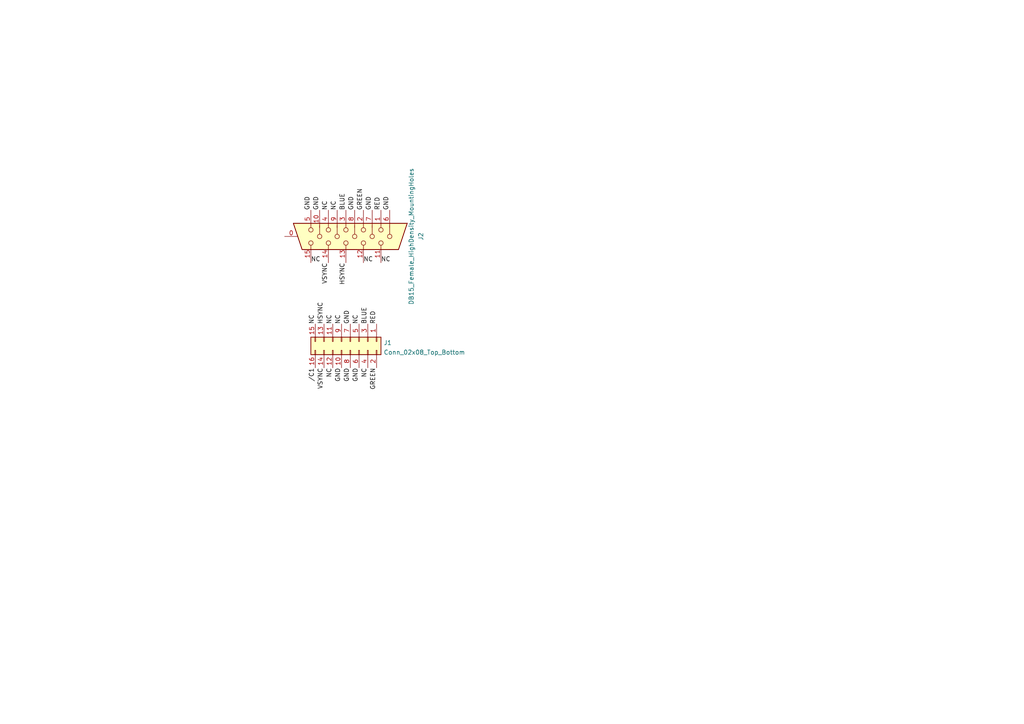
<source format=kicad_sch>
(kicad_sch (version 20210621) (generator eeschema)

  (uuid 5caad3b6-dbc4-4cf7-96a5-3582425ae097)

  (paper "A4")

  (lib_symbols
    (symbol "Connector:DB15_Female_HighDensity_MountingHoles" (pin_names (offset 1.016) hide) (in_bom yes) (on_board yes)
      (property "Reference" "J" (id 0) (at 0 21.59 0)
        (effects (font (size 1.27 1.27)))
      )
      (property "Value" "DB15_Female_HighDensity_MountingHoles" (id 1) (at 0 19.05 0)
        (effects (font (size 1.27 1.27)))
      )
      (property "Footprint" "" (id 2) (at -24.13 10.16 0)
        (effects (font (size 1.27 1.27)) hide)
      )
      (property "Datasheet" " ~" (id 3) (at -24.13 10.16 0)
        (effects (font (size 1.27 1.27)) hide)
      )
      (property "ki_keywords" "connector db15 female D-SUB VGA" (id 4) (at 0 0 0)
        (effects (font (size 1.27 1.27)) hide)
      )
      (property "ki_description" "15-pin female D-SUB connector, High density (3 columns), Triple Row, Generic, VGA-connector, Mounting Hole" (id 5) (at 0 0 0)
        (effects (font (size 1.27 1.27)) hide)
      )
      (property "ki_fp_filters" "DSUB*Female*" (id 6) (at 0 0 0)
        (effects (font (size 1.27 1.27)) hide)
      )
      (symbol "DB15_Female_HighDensity_MountingHoles_0_1"
        (circle (center -1.905 -10.16) (radius 0.635) (stroke (width 0)) (fill (type none)))
        (circle (center -1.905 -5.08) (radius 0.635) (stroke (width 0)) (fill (type none)))
        (circle (center -1.905 0) (radius 0.635) (stroke (width 0)) (fill (type none)))
        (circle (center -1.905 5.08) (radius 0.635) (stroke (width 0)) (fill (type none)))
        (circle (center -1.905 10.16) (radius 0.635) (stroke (width 0)) (fill (type none)))
        (circle (center 0 -7.62) (radius 0.635) (stroke (width 0)) (fill (type none)))
        (circle (center 0 -2.54) (radius 0.635) (stroke (width 0)) (fill (type none)))
        (circle (center 0 2.54) (radius 0.635) (stroke (width 0)) (fill (type none)))
        (circle (center 0 7.62) (radius 0.635) (stroke (width 0)) (fill (type none)))
        (circle (center 0 12.7) (radius 0.635) (stroke (width 0)) (fill (type none)))
        (circle (center 1.905 -10.16) (radius 0.635) (stroke (width 0)) (fill (type none)))
        (circle (center 1.905 -5.08) (radius 0.635) (stroke (width 0)) (fill (type none)))
        (circle (center 1.905 0) (radius 0.635) (stroke (width 0)) (fill (type none)))
        (circle (center 1.905 5.08) (radius 0.635) (stroke (width 0)) (fill (type none)))
        (circle (center 1.905 10.16) (radius 0.635) (stroke (width 0)) (fill (type none)))
        (polyline
          (pts
            (xy -3.175 7.62)
            (xy -0.635 7.62)
          )
          (stroke (width 0)) (fill (type none))
        )
        (polyline
          (pts
            (xy -0.635 -7.62)
            (xy -3.175 -7.62)
          )
          (stroke (width 0)) (fill (type none))
        )
        (polyline
          (pts
            (xy -0.635 -2.54)
            (xy -3.175 -2.54)
          )
          (stroke (width 0)) (fill (type none))
        )
        (polyline
          (pts
            (xy -0.635 2.54)
            (xy -3.175 2.54)
          )
          (stroke (width 0)) (fill (type none))
        )
        (polyline
          (pts
            (xy -0.635 12.7)
            (xy -3.175 12.7)
          )
          (stroke (width 0)) (fill (type none))
        )
        (polyline
          (pts
            (xy -3.81 17.78)
            (xy -3.81 -15.24)
            (xy 3.81 -12.7)
            (xy 3.81 15.24)
            (xy -3.81 17.78)
          )
          (stroke (width 0.254)) (fill (type background))
        )
      )
      (symbol "DB15_Female_HighDensity_MountingHoles_1_1"
        (pin passive line (at 0 -17.78 90) (length 3.81)
          (name "~" (effects (font (size 1.27 1.27))))
          (number "0" (effects (font (size 1.27 1.27))))
        )
        (pin passive line (at -7.62 10.16 0) (length 5.08)
          (name "~" (effects (font (size 1.27 1.27))))
          (number "1" (effects (font (size 1.27 1.27))))
        )
        (pin passive line (at -7.62 -7.62 0) (length 5.08)
          (name "~" (effects (font (size 1.27 1.27))))
          (number "10" (effects (font (size 1.27 1.27))))
        )
        (pin passive line (at 7.62 10.16 180) (length 5.08)
          (name "~" (effects (font (size 1.27 1.27))))
          (number "11" (effects (font (size 1.27 1.27))))
        )
        (pin passive line (at 7.62 5.08 180) (length 5.08)
          (name "~" (effects (font (size 1.27 1.27))))
          (number "12" (effects (font (size 1.27 1.27))))
        )
        (pin passive line (at 7.62 0 180) (length 5.08)
          (name "~" (effects (font (size 1.27 1.27))))
          (number "13" (effects (font (size 1.27 1.27))))
        )
        (pin passive line (at 7.62 -5.08 180) (length 5.08)
          (name "~" (effects (font (size 1.27 1.27))))
          (number "14" (effects (font (size 1.27 1.27))))
        )
        (pin passive line (at 7.62 -10.16 180) (length 5.08)
          (name "~" (effects (font (size 1.27 1.27))))
          (number "15" (effects (font (size 1.27 1.27))))
        )
        (pin passive line (at -7.62 5.08 0) (length 5.08)
          (name "~" (effects (font (size 1.27 1.27))))
          (number "2" (effects (font (size 1.27 1.27))))
        )
        (pin passive line (at -7.62 0 0) (length 5.08)
          (name "~" (effects (font (size 1.27 1.27))))
          (number "3" (effects (font (size 1.27 1.27))))
        )
        (pin passive line (at -7.62 -5.08 0) (length 5.08)
          (name "~" (effects (font (size 1.27 1.27))))
          (number "4" (effects (font (size 1.27 1.27))))
        )
        (pin passive line (at -7.62 -10.16 0) (length 5.08)
          (name "~" (effects (font (size 1.27 1.27))))
          (number "5" (effects (font (size 1.27 1.27))))
        )
        (pin passive line (at -7.62 12.7 0) (length 5.08)
          (name "~" (effects (font (size 1.27 1.27))))
          (number "6" (effects (font (size 1.27 1.27))))
        )
        (pin passive line (at -7.62 7.62 0) (length 5.08)
          (name "~" (effects (font (size 1.27 1.27))))
          (number "7" (effects (font (size 1.27 1.27))))
        )
        (pin passive line (at -7.62 2.54 0) (length 5.08)
          (name "~" (effects (font (size 1.27 1.27))))
          (number "8" (effects (font (size 1.27 1.27))))
        )
        (pin passive line (at -7.62 -2.54 0) (length 5.08)
          (name "~" (effects (font (size 1.27 1.27))))
          (number "9" (effects (font (size 1.27 1.27))))
        )
      )
    )
    (symbol "Connector_Generic:Conn_02x08_Odd_Even" (pin_names (offset 1.016) hide) (in_bom yes) (on_board yes)
      (property "Reference" "J" (id 0) (at 1.27 10.16 0)
        (effects (font (size 1.27 1.27)))
      )
      (property "Value" "Conn_02x08_Odd_Even" (id 1) (at 1.27 -12.7 0)
        (effects (font (size 1.27 1.27)))
      )
      (property "Footprint" "" (id 2) (at 0 0 0)
        (effects (font (size 1.27 1.27)) hide)
      )
      (property "Datasheet" "~" (id 3) (at 0 0 0)
        (effects (font (size 1.27 1.27)) hide)
      )
      (property "ki_keywords" "connector" (id 4) (at 0 0 0)
        (effects (font (size 1.27 1.27)) hide)
      )
      (property "ki_description" "Generic connector, double row, 02x08, odd/even pin numbering scheme (row 1 odd numbers, row 2 even numbers), script generated (kicad-library-utils/schlib/autogen/connector/)" (id 5) (at 0 0 0)
        (effects (font (size 1.27 1.27)) hide)
      )
      (property "ki_fp_filters" "Connector*:*_2x??_*" (id 6) (at 0 0 0)
        (effects (font (size 1.27 1.27)) hide)
      )
      (symbol "Conn_02x08_Odd_Even_1_1"
        (rectangle (start -1.27 -10.033) (end 0 -10.287)
          (stroke (width 0.1524)) (fill (type none))
        )
        (rectangle (start -1.27 -7.493) (end 0 -7.747)
          (stroke (width 0.1524)) (fill (type none))
        )
        (rectangle (start -1.27 -4.953) (end 0 -5.207)
          (stroke (width 0.1524)) (fill (type none))
        )
        (rectangle (start -1.27 -2.413) (end 0 -2.667)
          (stroke (width 0.1524)) (fill (type none))
        )
        (rectangle (start -1.27 0.127) (end 0 -0.127)
          (stroke (width 0.1524)) (fill (type none))
        )
        (rectangle (start -1.27 2.667) (end 0 2.413)
          (stroke (width 0.1524)) (fill (type none))
        )
        (rectangle (start -1.27 5.207) (end 0 4.953)
          (stroke (width 0.1524)) (fill (type none))
        )
        (rectangle (start -1.27 7.747) (end 0 7.493)
          (stroke (width 0.1524)) (fill (type none))
        )
        (rectangle (start 3.81 -10.033) (end 2.54 -10.287)
          (stroke (width 0.1524)) (fill (type none))
        )
        (rectangle (start 3.81 -7.493) (end 2.54 -7.747)
          (stroke (width 0.1524)) (fill (type none))
        )
        (rectangle (start 3.81 -4.953) (end 2.54 -5.207)
          (stroke (width 0.1524)) (fill (type none))
        )
        (rectangle (start 3.81 -2.413) (end 2.54 -2.667)
          (stroke (width 0.1524)) (fill (type none))
        )
        (rectangle (start 3.81 0.127) (end 2.54 -0.127)
          (stroke (width 0.1524)) (fill (type none))
        )
        (rectangle (start 3.81 2.667) (end 2.54 2.413)
          (stroke (width 0.1524)) (fill (type none))
        )
        (rectangle (start 3.81 5.207) (end 2.54 4.953)
          (stroke (width 0.1524)) (fill (type none))
        )
        (rectangle (start 3.81 7.747) (end 2.54 7.493)
          (stroke (width 0.1524)) (fill (type none))
        )
        (rectangle (start -1.27 8.89) (end 3.81 -11.43)
          (stroke (width 0.254)) (fill (type background))
        )
        (pin passive line (at -5.08 7.62 0) (length 3.81)
          (name "Pin_1" (effects (font (size 1.27 1.27))))
          (number "1" (effects (font (size 1.27 1.27))))
        )
        (pin passive line (at 7.62 -2.54 180) (length 3.81)
          (name "Pin_10" (effects (font (size 1.27 1.27))))
          (number "10" (effects (font (size 1.27 1.27))))
        )
        (pin passive line (at -5.08 -5.08 0) (length 3.81)
          (name "Pin_11" (effects (font (size 1.27 1.27))))
          (number "11" (effects (font (size 1.27 1.27))))
        )
        (pin passive line (at 7.62 -5.08 180) (length 3.81)
          (name "Pin_12" (effects (font (size 1.27 1.27))))
          (number "12" (effects (font (size 1.27 1.27))))
        )
        (pin passive line (at -5.08 -7.62 0) (length 3.81)
          (name "Pin_13" (effects (font (size 1.27 1.27))))
          (number "13" (effects (font (size 1.27 1.27))))
        )
        (pin passive line (at 7.62 -7.62 180) (length 3.81)
          (name "Pin_14" (effects (font (size 1.27 1.27))))
          (number "14" (effects (font (size 1.27 1.27))))
        )
        (pin passive line (at -5.08 -10.16 0) (length 3.81)
          (name "Pin_15" (effects (font (size 1.27 1.27))))
          (number "15" (effects (font (size 1.27 1.27))))
        )
        (pin passive line (at 7.62 -10.16 180) (length 3.81)
          (name "Pin_16" (effects (font (size 1.27 1.27))))
          (number "16" (effects (font (size 1.27 1.27))))
        )
        (pin passive line (at 7.62 7.62 180) (length 3.81)
          (name "Pin_2" (effects (font (size 1.27 1.27))))
          (number "2" (effects (font (size 1.27 1.27))))
        )
        (pin passive line (at -5.08 5.08 0) (length 3.81)
          (name "Pin_3" (effects (font (size 1.27 1.27))))
          (number "3" (effects (font (size 1.27 1.27))))
        )
        (pin passive line (at 7.62 5.08 180) (length 3.81)
          (name "Pin_4" (effects (font (size 1.27 1.27))))
          (number "4" (effects (font (size 1.27 1.27))))
        )
        (pin passive line (at -5.08 2.54 0) (length 3.81)
          (name "Pin_5" (effects (font (size 1.27 1.27))))
          (number "5" (effects (font (size 1.27 1.27))))
        )
        (pin passive line (at 7.62 2.54 180) (length 3.81)
          (name "Pin_6" (effects (font (size 1.27 1.27))))
          (number "6" (effects (font (size 1.27 1.27))))
        )
        (pin passive line (at -5.08 0 0) (length 3.81)
          (name "Pin_7" (effects (font (size 1.27 1.27))))
          (number "7" (effects (font (size 1.27 1.27))))
        )
        (pin passive line (at 7.62 0 180) (length 3.81)
          (name "Pin_8" (effects (font (size 1.27 1.27))))
          (number "8" (effects (font (size 1.27 1.27))))
        )
        (pin passive line (at -5.08 -2.54 0) (length 3.81)
          (name "Pin_9" (effects (font (size 1.27 1.27))))
          (number "9" (effects (font (size 1.27 1.27))))
        )
      )
    )
  )


  (label "GND" (at 90.17 60.96 90)
    (effects (font (size 1.27 1.27)) (justify left bottom))
    (uuid 071b658f-591e-4860-a1ba-34326659c884)
  )
  (label "NC" (at 90.17 76.2 0)
    (effects (font (size 1.27 1.27)) (justify left bottom))
    (uuid 5b864c93-8a9d-4fdc-bf95-ab4ccaaadd04)
  )
  (label "NC" (at 91.44 93.98 90)
    (effects (font (size 1.27 1.27)) (justify left bottom))
    (uuid 46f4c712-0b03-4c5f-9894-d8eb7755cc04)
  )
  (label "{slash}C1" (at 91.44 106.68 270)
    (effects (font (size 1.27 1.27)) (justify right bottom))
    (uuid 36fe9d84-07c7-42f1-80e5-23a4785062e0)
  )
  (label "GND" (at 92.71 60.96 90)
    (effects (font (size 1.27 1.27)) (justify left bottom))
    (uuid ecdb625b-a021-4fcb-814b-2a68de16e752)
  )
  (label "HSYNC" (at 93.98 93.98 90)
    (effects (font (size 1.27 1.27)) (justify left bottom))
    (uuid 243e538c-ea2f-49af-afd0-ee5ab30f849c)
  )
  (label "VSYNC" (at 93.98 106.68 270)
    (effects (font (size 1.27 1.27)) (justify right bottom))
    (uuid a2ec2c71-40c8-485f-8e8a-330ac058d13d)
  )
  (label "NC" (at 95.25 60.96 90)
    (effects (font (size 1.27 1.27)) (justify left bottom))
    (uuid 0ef0e57d-5b5c-4f90-a5b0-a8d6a066e0bf)
  )
  (label "VSYNC" (at 95.25 76.2 270)
    (effects (font (size 1.27 1.27)) (justify right bottom))
    (uuid c625383e-9c63-46e5-8c8d-e3c5d61f98ec)
  )
  (label "NC" (at 96.52 93.98 90)
    (effects (font (size 1.27 1.27)) (justify left bottom))
    (uuid 0ac65b55-34c8-4630-a1be-aa87c6120f9d)
  )
  (label "NC" (at 96.52 106.68 270)
    (effects (font (size 1.27 1.27)) (justify right bottom))
    (uuid b8e629ab-aebd-4aa4-a1b7-a7624ae1b824)
  )
  (label "NC" (at 97.79 60.96 90)
    (effects (font (size 1.27 1.27)) (justify left bottom))
    (uuid e3e77dd3-1e03-4674-a4ef-1d60874df26a)
  )
  (label "NC" (at 99.06 93.98 90)
    (effects (font (size 1.27 1.27)) (justify left bottom))
    (uuid 7430ede1-1485-4d61-8651-dd36b865b929)
  )
  (label "GND" (at 99.06 106.68 270)
    (effects (font (size 1.27 1.27)) (justify right bottom))
    (uuid 805bd348-9be2-4910-9802-03654d2a247e)
  )
  (label "BLUE" (at 100.33 60.96 90)
    (effects (font (size 1.27 1.27)) (justify left bottom))
    (uuid 8ed8b860-6833-4d05-a027-90907a6a32e0)
  )
  (label "HSYNC" (at 100.33 76.2 270)
    (effects (font (size 1.27 1.27)) (justify right bottom))
    (uuid 8bc54134-05b1-465c-ad8e-d3c1a71882a6)
  )
  (label "GND" (at 101.6 93.98 90)
    (effects (font (size 1.27 1.27)) (justify left bottom))
    (uuid dd15bafb-3058-43d6-a7c2-ff803143005c)
  )
  (label "GND" (at 101.6 106.68 270)
    (effects (font (size 1.27 1.27)) (justify right bottom))
    (uuid 43915169-721d-468f-a4a3-3a9881886942)
  )
  (label "GND" (at 102.87 60.96 90)
    (effects (font (size 1.27 1.27)) (justify left bottom))
    (uuid 6a54f55e-c882-4067-be16-a1472c8397b8)
  )
  (label "NC" (at 104.14 93.98 90)
    (effects (font (size 1.27 1.27)) (justify left bottom))
    (uuid 13489974-c091-4ecc-ac2f-2fd1757796b3)
  )
  (label "GND" (at 104.14 106.68 270)
    (effects (font (size 1.27 1.27)) (justify right bottom))
    (uuid 7e3eeee5-939e-4721-ace3-8f1d882c320b)
  )
  (label "GREEN" (at 105.41 60.96 90)
    (effects (font (size 1.27 1.27)) (justify left bottom))
    (uuid 9e118d25-6df2-482f-ad68-389a7f70f36c)
  )
  (label "NC" (at 105.41 76.2 0)
    (effects (font (size 1.27 1.27)) (justify left bottom))
    (uuid 0be5c158-06a9-4278-9160-c144ab17be19)
  )
  (label "BLUE" (at 106.68 93.98 90)
    (effects (font (size 1.27 1.27)) (justify left bottom))
    (uuid c873de0a-0b7f-4aa5-80c4-227c488bed35)
  )
  (label "NC" (at 106.68 106.68 270)
    (effects (font (size 1.27 1.27)) (justify right bottom))
    (uuid fe9f4f10-93ab-4c9f-83c0-42dda74c1a1f)
  )
  (label "GND" (at 107.95 60.96 90)
    (effects (font (size 1.27 1.27)) (justify left bottom))
    (uuid 1e2849f5-40a9-4620-97b5-1879c9a5500c)
  )
  (label "RED" (at 109.22 93.98 90)
    (effects (font (size 1.27 1.27)) (justify left bottom))
    (uuid 8270fae1-b6bc-4d9b-97fe-6c039b98b230)
  )
  (label "GREEN" (at 109.22 106.68 270)
    (effects (font (size 1.27 1.27)) (justify right bottom))
    (uuid bf4bbf3d-d0c5-458f-98ab-b924ee89db50)
  )
  (label "RED" (at 110.49 60.96 90)
    (effects (font (size 1.27 1.27)) (justify left bottom))
    (uuid 6d9954d4-e4de-45ec-8370-4f234b5023c9)
  )
  (label "NC" (at 110.49 76.2 0)
    (effects (font (size 1.27 1.27)) (justify left bottom))
    (uuid e1629cc9-40a7-4cd5-8510-454c1a75307d)
  )
  (label "GND" (at 113.03 60.96 90)
    (effects (font (size 1.27 1.27)) (justify left bottom))
    (uuid 87148df9-25a3-48c0-b848-e8991a033fee)
  )

  (symbol (lib_id "Connector_Generic:Conn_02x08_Odd_Even") (at 101.6 99.06 270) (unit 1)
    (in_bom yes) (on_board yes) (fields_autoplaced)
    (uuid 5844fc01-e4fb-496d-9a6d-a6adc58c6a0f)
    (property "Reference" "J1" (id 0) (at 111.2521 99.4215 90)
      (effects (font (size 1.27 1.27)) (justify left))
    )
    (property "Value" "Conn_02x08_Top_Bottom" (id 1) (at 111.2521 102.1966 90)
      (effects (font (size 1.27 1.27)) (justify left))
    )
    (property "Footprint" "Connector_IDC:IDC-Header_2x08_P2.54mm_Vertical" (id 2) (at 101.6 99.06 0)
      (effects (font (size 1.27 1.27)) hide)
    )
    (property "Datasheet" "~" (id 3) (at 101.6 99.06 0)
      (effects (font (size 1.27 1.27)) hide)
    )
    (pin "1" (uuid 2e786c0f-6bdf-4b15-8f48-a0a820b27cfa))
    (pin "10" (uuid 3d40ba1c-d4d2-4021-9113-a43ae4e96509))
    (pin "11" (uuid 22644326-811d-4c3e-94fd-38a614848114))
    (pin "12" (uuid 2941436b-4f52-4a71-8eae-cb7571285c9d))
    (pin "13" (uuid 8abf6a24-da41-469a-b73b-f11283a261d2))
    (pin "14" (uuid 7a288538-60f4-4e5c-af83-87a99c673233))
    (pin "15" (uuid 00b95696-005d-493e-90ab-6ec286048eba))
    (pin "16" (uuid 34c715b8-247e-4e50-9abd-40d4682d393c))
    (pin "2" (uuid 544096bf-7c12-4099-a8a5-cce0cf78384a))
    (pin "3" (uuid 8529ad2f-8986-4e14-9736-773bea578355))
    (pin "4" (uuid 070ae215-fab2-4588-89b3-b44b2f1447bf))
    (pin "5" (uuid 68570597-5727-4dfc-acd2-ecb9f6e19505))
    (pin "6" (uuid 44e1802a-1df5-4f2e-bac8-1c5a20d6c438))
    (pin "7" (uuid 159e99d7-390c-48d7-b747-4fda4de7008c))
    (pin "8" (uuid 5ad30cdb-ad64-4380-a856-7cb5e299b91d))
    (pin "9" (uuid 165d7e5d-99c0-43b7-9d17-e8925fb866a1))
  )

  (symbol (lib_id "Connector:DB15_Female_HighDensity_MountingHoles") (at 100.33 68.58 270) (unit 1)
    (in_bom yes) (on_board yes) (fields_autoplaced)
    (uuid 60082509-dd72-46c3-94d7-551024fb7c68)
    (property "Reference" "J2" (id 0) (at 122.0766 68.58 0))
    (property "Value" "DB15_Female_HighDensity_MountingHoles" (id 1) (at 119.3015 68.58 0))
    (property "Footprint" "Connector_Dsub:DSUB-15-HD_Female_Horizontal_P2.29x1.98mm_EdgePinOffset3.03mm_Housed_MountingHolesOffset4.94mm" (id 2) (at 110.49 44.45 0)
      (effects (font (size 1.27 1.27)) hide)
    )
    (property "Datasheet" " ~" (id 3) (at 110.49 44.45 0)
      (effects (font (size 1.27 1.27)) hide)
    )
    (pin "0" (uuid be71f308-5b60-4f54-9a47-a998badcf96b))
    (pin "1" (uuid d7e2c65b-be6d-4301-b1a3-e72015f5469c))
    (pin "10" (uuid f84bb9d7-9e8a-487e-8b37-87a1853a790c))
    (pin "11" (uuid f2caf30e-3fce-4fb5-9c03-ad32c1b7e73a))
    (pin "12" (uuid 1499337c-ea2a-4196-95a0-e80170236cc2))
    (pin "13" (uuid c6fbd024-9582-414a-9b6b-4369f7398083))
    (pin "14" (uuid 6a5a9239-077a-4f95-ae33-954d8ce1379a))
    (pin "15" (uuid bb9e9747-66a9-43d9-85b3-a410cba8358e))
    (pin "2" (uuid c03883b4-8baf-417e-9020-97e7f8cdd325))
    (pin "3" (uuid 09865c19-6520-4f61-822a-7e093f1f1b85))
    (pin "4" (uuid 49104800-f3b5-47a5-9da9-f71d2616834e))
    (pin "5" (uuid 5f47b645-40ab-4150-8d1e-a071e06fdd8c))
    (pin "6" (uuid 07cd07e5-20e5-4474-a1e3-3c8b7fc898c4))
    (pin "7" (uuid 9c11b23f-6496-4e0c-b4a5-92939db485e7))
    (pin "8" (uuid 91ae1f14-4625-40c7-9263-0b74ea9f61e7))
    (pin "9" (uuid 09314dd3-eee4-415d-a412-8c2650157768))
  )

  (sheet_instances
    (path "/" (page "1"))
  )

  (symbol_instances
    (path "/5844fc01-e4fb-496d-9a6d-a6adc58c6a0f"
      (reference "J1") (unit 1) (value "Conn_02x08_Top_Bottom") (footprint "Connector_IDC:IDC-Header_2x08_P2.54mm_Vertical")
    )
    (path "/60082509-dd72-46c3-94d7-551024fb7c68"
      (reference "J2") (unit 1) (value "DB15_Female_HighDensity_MountingHoles") (footprint "Connector_Dsub:DSUB-15-HD_Female_Horizontal_P2.29x1.98mm_EdgePinOffset3.03mm_Housed_MountingHolesOffset4.94mm")
    )
  )
)

</source>
